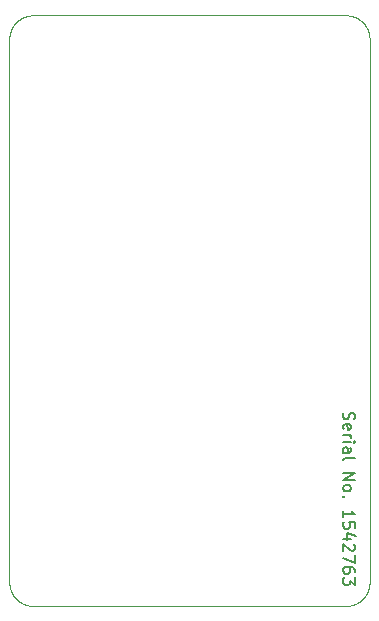
<source format=gbr>
%TF.GenerationSoftware,KiCad,Pcbnew,8.0.2*%
%TF.CreationDate,2024-08-28T15:29:28+05:30*%
%TF.ProjectId,CTF LED matrix,43544620-4c45-4442-906d-61747269782e,rev?*%
%TF.SameCoordinates,Original*%
%TF.FileFunction,Profile,NP*%
%FSLAX46Y46*%
G04 Gerber Fmt 4.6, Leading zero omitted, Abs format (unit mm)*
G04 Created by KiCad (PCBNEW 8.0.2) date 2024-08-28 15:29:28*
%MOMM*%
%LPD*%
G01*
G04 APERTURE LIST*
%ADD10C,0.150000*%
%TA.AperFunction,Profile*%
%ADD11C,0.050000*%
%TD*%
G04 APERTURE END LIST*
D10*
X159377800Y-105889160D02*
X159330180Y-106032017D01*
X159330180Y-106032017D02*
X159330180Y-106270112D01*
X159330180Y-106270112D02*
X159377800Y-106365350D01*
X159377800Y-106365350D02*
X159425419Y-106412969D01*
X159425419Y-106412969D02*
X159520657Y-106460588D01*
X159520657Y-106460588D02*
X159615895Y-106460588D01*
X159615895Y-106460588D02*
X159711133Y-106412969D01*
X159711133Y-106412969D02*
X159758752Y-106365350D01*
X159758752Y-106365350D02*
X159806371Y-106270112D01*
X159806371Y-106270112D02*
X159853990Y-106079636D01*
X159853990Y-106079636D02*
X159901609Y-105984398D01*
X159901609Y-105984398D02*
X159949228Y-105936779D01*
X159949228Y-105936779D02*
X160044466Y-105889160D01*
X160044466Y-105889160D02*
X160139704Y-105889160D01*
X160139704Y-105889160D02*
X160234942Y-105936779D01*
X160234942Y-105936779D02*
X160282561Y-105984398D01*
X160282561Y-105984398D02*
X160330180Y-106079636D01*
X160330180Y-106079636D02*
X160330180Y-106317731D01*
X160330180Y-106317731D02*
X160282561Y-106460588D01*
X159377800Y-107270112D02*
X159330180Y-107174874D01*
X159330180Y-107174874D02*
X159330180Y-106984398D01*
X159330180Y-106984398D02*
X159377800Y-106889160D01*
X159377800Y-106889160D02*
X159473038Y-106841541D01*
X159473038Y-106841541D02*
X159853990Y-106841541D01*
X159853990Y-106841541D02*
X159949228Y-106889160D01*
X159949228Y-106889160D02*
X159996847Y-106984398D01*
X159996847Y-106984398D02*
X159996847Y-107174874D01*
X159996847Y-107174874D02*
X159949228Y-107270112D01*
X159949228Y-107270112D02*
X159853990Y-107317731D01*
X159853990Y-107317731D02*
X159758752Y-107317731D01*
X159758752Y-107317731D02*
X159663514Y-106841541D01*
X159330180Y-107746303D02*
X159996847Y-107746303D01*
X159806371Y-107746303D02*
X159901609Y-107793922D01*
X159901609Y-107793922D02*
X159949228Y-107841541D01*
X159949228Y-107841541D02*
X159996847Y-107936779D01*
X159996847Y-107936779D02*
X159996847Y-108032017D01*
X159330180Y-108365351D02*
X159996847Y-108365351D01*
X160330180Y-108365351D02*
X160282561Y-108317732D01*
X160282561Y-108317732D02*
X160234942Y-108365351D01*
X160234942Y-108365351D02*
X160282561Y-108412970D01*
X160282561Y-108412970D02*
X160330180Y-108365351D01*
X160330180Y-108365351D02*
X160234942Y-108365351D01*
X159330180Y-109270112D02*
X159853990Y-109270112D01*
X159853990Y-109270112D02*
X159949228Y-109222493D01*
X159949228Y-109222493D02*
X159996847Y-109127255D01*
X159996847Y-109127255D02*
X159996847Y-108936779D01*
X159996847Y-108936779D02*
X159949228Y-108841541D01*
X159377800Y-109270112D02*
X159330180Y-109174874D01*
X159330180Y-109174874D02*
X159330180Y-108936779D01*
X159330180Y-108936779D02*
X159377800Y-108841541D01*
X159377800Y-108841541D02*
X159473038Y-108793922D01*
X159473038Y-108793922D02*
X159568276Y-108793922D01*
X159568276Y-108793922D02*
X159663514Y-108841541D01*
X159663514Y-108841541D02*
X159711133Y-108936779D01*
X159711133Y-108936779D02*
X159711133Y-109174874D01*
X159711133Y-109174874D02*
X159758752Y-109270112D01*
X159330180Y-109889160D02*
X159377800Y-109793922D01*
X159377800Y-109793922D02*
X159473038Y-109746303D01*
X159473038Y-109746303D02*
X160330180Y-109746303D01*
X159330180Y-111032018D02*
X160330180Y-111032018D01*
X160330180Y-111032018D02*
X159330180Y-111603446D01*
X159330180Y-111603446D02*
X160330180Y-111603446D01*
X159330180Y-112222494D02*
X159377800Y-112127256D01*
X159377800Y-112127256D02*
X159425419Y-112079637D01*
X159425419Y-112079637D02*
X159520657Y-112032018D01*
X159520657Y-112032018D02*
X159806371Y-112032018D01*
X159806371Y-112032018D02*
X159901609Y-112079637D01*
X159901609Y-112079637D02*
X159949228Y-112127256D01*
X159949228Y-112127256D02*
X159996847Y-112222494D01*
X159996847Y-112222494D02*
X159996847Y-112365351D01*
X159996847Y-112365351D02*
X159949228Y-112460589D01*
X159949228Y-112460589D02*
X159901609Y-112508208D01*
X159901609Y-112508208D02*
X159806371Y-112555827D01*
X159806371Y-112555827D02*
X159520657Y-112555827D01*
X159520657Y-112555827D02*
X159425419Y-112508208D01*
X159425419Y-112508208D02*
X159377800Y-112460589D01*
X159377800Y-112460589D02*
X159330180Y-112365351D01*
X159330180Y-112365351D02*
X159330180Y-112222494D01*
X159425419Y-112984399D02*
X159377800Y-113032018D01*
X159377800Y-113032018D02*
X159330180Y-112984399D01*
X159330180Y-112984399D02*
X159377800Y-112936780D01*
X159377800Y-112936780D02*
X159425419Y-112984399D01*
X159425419Y-112984399D02*
X159330180Y-112984399D01*
X159330180Y-114746303D02*
X159330180Y-114174875D01*
X159330180Y-114460589D02*
X160330180Y-114460589D01*
X160330180Y-114460589D02*
X160187323Y-114365351D01*
X160187323Y-114365351D02*
X160092085Y-114270113D01*
X160092085Y-114270113D02*
X160044466Y-114174875D01*
X160330180Y-115651065D02*
X160330180Y-115174875D01*
X160330180Y-115174875D02*
X159853990Y-115127256D01*
X159853990Y-115127256D02*
X159901609Y-115174875D01*
X159901609Y-115174875D02*
X159949228Y-115270113D01*
X159949228Y-115270113D02*
X159949228Y-115508208D01*
X159949228Y-115508208D02*
X159901609Y-115603446D01*
X159901609Y-115603446D02*
X159853990Y-115651065D01*
X159853990Y-115651065D02*
X159758752Y-115698684D01*
X159758752Y-115698684D02*
X159520657Y-115698684D01*
X159520657Y-115698684D02*
X159425419Y-115651065D01*
X159425419Y-115651065D02*
X159377800Y-115603446D01*
X159377800Y-115603446D02*
X159330180Y-115508208D01*
X159330180Y-115508208D02*
X159330180Y-115270113D01*
X159330180Y-115270113D02*
X159377800Y-115174875D01*
X159377800Y-115174875D02*
X159425419Y-115127256D01*
X159996847Y-116555827D02*
X159330180Y-116555827D01*
X160377800Y-116317732D02*
X159663514Y-116079637D01*
X159663514Y-116079637D02*
X159663514Y-116698684D01*
X160234942Y-117032018D02*
X160282561Y-117079637D01*
X160282561Y-117079637D02*
X160330180Y-117174875D01*
X160330180Y-117174875D02*
X160330180Y-117412970D01*
X160330180Y-117412970D02*
X160282561Y-117508208D01*
X160282561Y-117508208D02*
X160234942Y-117555827D01*
X160234942Y-117555827D02*
X160139704Y-117603446D01*
X160139704Y-117603446D02*
X160044466Y-117603446D01*
X160044466Y-117603446D02*
X159901609Y-117555827D01*
X159901609Y-117555827D02*
X159330180Y-116984399D01*
X159330180Y-116984399D02*
X159330180Y-117603446D01*
X160330180Y-117936780D02*
X160330180Y-118603446D01*
X160330180Y-118603446D02*
X159330180Y-118174875D01*
X160330180Y-119412970D02*
X160330180Y-119222494D01*
X160330180Y-119222494D02*
X160282561Y-119127256D01*
X160282561Y-119127256D02*
X160234942Y-119079637D01*
X160234942Y-119079637D02*
X160092085Y-118984399D01*
X160092085Y-118984399D02*
X159901609Y-118936780D01*
X159901609Y-118936780D02*
X159520657Y-118936780D01*
X159520657Y-118936780D02*
X159425419Y-118984399D01*
X159425419Y-118984399D02*
X159377800Y-119032018D01*
X159377800Y-119032018D02*
X159330180Y-119127256D01*
X159330180Y-119127256D02*
X159330180Y-119317732D01*
X159330180Y-119317732D02*
X159377800Y-119412970D01*
X159377800Y-119412970D02*
X159425419Y-119460589D01*
X159425419Y-119460589D02*
X159520657Y-119508208D01*
X159520657Y-119508208D02*
X159758752Y-119508208D01*
X159758752Y-119508208D02*
X159853990Y-119460589D01*
X159853990Y-119460589D02*
X159901609Y-119412970D01*
X159901609Y-119412970D02*
X159949228Y-119317732D01*
X159949228Y-119317732D02*
X159949228Y-119127256D01*
X159949228Y-119127256D02*
X159901609Y-119032018D01*
X159901609Y-119032018D02*
X159853990Y-118984399D01*
X159853990Y-118984399D02*
X159758752Y-118936780D01*
X160330180Y-119841542D02*
X160330180Y-120460589D01*
X160330180Y-120460589D02*
X159949228Y-120127256D01*
X159949228Y-120127256D02*
X159949228Y-120270113D01*
X159949228Y-120270113D02*
X159901609Y-120365351D01*
X159901609Y-120365351D02*
X159853990Y-120412970D01*
X159853990Y-120412970D02*
X159758752Y-120460589D01*
X159758752Y-120460589D02*
X159520657Y-120460589D01*
X159520657Y-120460589D02*
X159425419Y-120412970D01*
X159425419Y-120412970D02*
X159377800Y-120365351D01*
X159377800Y-120365351D02*
X159330180Y-120270113D01*
X159330180Y-120270113D02*
X159330180Y-119984399D01*
X159330180Y-119984399D02*
X159377800Y-119889161D01*
X159377800Y-119889161D02*
X159425419Y-119841542D01*
D11*
X159638440Y-122247030D02*
X159613910Y-122247780D01*
X159687470Y-122244620D02*
X159662970Y-122245970D01*
X159613910Y-122247780D02*
X159589370Y-122248230D01*
X159711960Y-122242960D02*
X159687470Y-122244620D01*
X159662970Y-122245970D02*
X159638440Y-122247030D01*
X159564830Y-122248380D02*
X133064830Y-122248380D01*
X159589370Y-122248230D02*
X159564830Y-122248380D01*
X161110850Y-121517170D02*
X161095170Y-121536040D01*
X161095170Y-121536040D02*
X161079250Y-121554730D01*
X161141520Y-121478840D02*
X161126300Y-121498100D01*
X161171250Y-121439780D02*
X161156500Y-121459400D01*
X161267540Y-121297560D02*
X161254540Y-121318380D01*
X161254540Y-121318380D02*
X161241280Y-121339030D01*
X161185740Y-121419980D02*
X161171250Y-121439780D01*
X161200000Y-121400000D02*
X161185740Y-121419980D01*
X161227770Y-121359520D02*
X161214010Y-121379840D01*
X161280290Y-121276590D02*
X161267540Y-121297560D01*
X161292780Y-121255460D02*
X161280290Y-121276590D01*
X161328670Y-121191170D02*
X161316970Y-121212750D01*
X161362180Y-121125610D02*
X161351280Y-121147600D01*
X161421840Y-120991010D02*
X161412590Y-121013750D01*
X161478710Y-120828950D02*
X161471440Y-120852390D01*
X161485690Y-120805420D02*
X161478710Y-120828950D01*
X161492380Y-120781810D02*
X161485690Y-120805420D01*
X161543180Y-120541840D02*
X161539430Y-120566100D01*
X161549790Y-120493200D02*
X161546640Y-120517540D01*
X161516230Y-120686580D02*
X161510710Y-120710500D01*
X161498780Y-120758110D02*
X161492380Y-120781810D01*
X161557460Y-74076780D02*
X161559410Y-74101250D01*
X161521470Y-120662600D02*
X161516230Y-120686580D01*
X161531040Y-120614460D02*
X161526400Y-120638560D01*
X161546640Y-120517540D02*
X161543180Y-120541840D01*
X161539430Y-120566100D02*
X161535390Y-120590300D01*
X161552640Y-120468820D02*
X161549790Y-120493200D01*
X161340110Y-121169460D02*
X161328670Y-121191170D01*
X161504890Y-120734340D02*
X161498780Y-120758110D01*
X161351280Y-121147600D02*
X161340110Y-121169460D01*
X161383170Y-121081240D02*
X161372810Y-121103490D01*
X161562420Y-120346520D02*
X161561070Y-120371020D01*
X161564230Y-120297460D02*
X161563480Y-120321990D01*
X161412590Y-121013750D02*
X161403060Y-121036360D01*
X161456050Y-120899000D02*
X161447920Y-120922160D01*
X161526400Y-120638560D02*
X161521470Y-120662600D01*
X161555200Y-120444410D02*
X161552640Y-120468820D01*
X161563480Y-120321990D02*
X161562420Y-120346520D01*
X161561070Y-74125740D02*
X161562420Y-74150240D01*
X161562420Y-74150240D02*
X161563480Y-74174770D01*
X161559410Y-74101250D02*
X161561070Y-74125740D01*
X161564230Y-74199300D02*
X161564680Y-74223840D01*
X161557460Y-120419980D02*
X161555200Y-120444410D01*
X161241280Y-121339030D02*
X161227770Y-121359520D01*
X161214010Y-121379840D02*
X161200000Y-121400000D01*
X161430820Y-120968170D02*
X161421840Y-120991010D01*
X161463890Y-120875740D02*
X161456050Y-120899000D01*
X161563480Y-74174770D02*
X161564230Y-74199300D01*
X161564830Y-120248380D02*
X161564680Y-120272920D01*
X161126300Y-121498100D02*
X161110850Y-121517170D01*
X161156500Y-121459400D02*
X161141520Y-121478840D01*
X161393250Y-121058860D02*
X161383170Y-121081240D01*
X161403060Y-121036360D02*
X161393250Y-121058860D01*
X161564680Y-120272920D02*
X161564230Y-120297460D01*
X161564680Y-74223840D02*
X161564830Y-74248380D01*
X161316970Y-121212750D02*
X161305000Y-121234180D01*
X161564830Y-74248380D02*
X161564830Y-120248380D01*
X161372810Y-121103490D02*
X161362180Y-121125610D01*
X161305000Y-121234180D02*
X161292780Y-121255460D01*
X161439510Y-120945220D02*
X161430820Y-120968170D01*
X161447920Y-120922160D02*
X161439510Y-120945220D01*
X161471440Y-120852390D02*
X161463890Y-120875740D01*
X161535390Y-120590300D02*
X161531040Y-120614460D01*
X161510710Y-120710500D02*
X161504890Y-120734340D01*
X161559410Y-120395510D02*
X161557460Y-120419980D01*
X161561070Y-120371020D02*
X161559410Y-120395510D01*
X161555200Y-74052350D02*
X161557460Y-74076780D01*
X161552640Y-74027940D02*
X161555200Y-74052350D01*
X161549790Y-74003560D02*
X161552640Y-74027940D01*
X161456050Y-73597760D02*
X161463890Y-73621020D01*
X161492380Y-73714950D02*
X161498780Y-73738650D01*
X161546640Y-73979220D02*
X161549790Y-74003560D01*
X161543180Y-73954920D02*
X161546640Y-73979220D01*
X161539430Y-73930660D02*
X161543180Y-73954920D01*
X161478710Y-73667810D02*
X161485690Y-73691340D01*
X161535390Y-73906460D02*
X161539430Y-73930660D01*
X161531040Y-73882300D02*
X161535390Y-73906460D01*
X161526400Y-73858200D02*
X161531040Y-73882300D01*
X161521470Y-73834160D02*
X161526400Y-73858200D01*
X161516230Y-73810180D02*
X161521470Y-73834160D01*
X161485690Y-73691340D02*
X161492380Y-73714950D01*
X161421840Y-73505750D02*
X161430820Y-73528590D01*
X160943910Y-72799890D02*
X160961580Y-72816920D01*
X161305000Y-73262580D02*
X161316970Y-73284010D01*
X161510710Y-73786260D02*
X161516230Y-73810180D01*
X161463890Y-73621020D02*
X161471440Y-73644370D01*
X161013320Y-72869300D02*
X161030140Y-72887180D01*
X161504890Y-73762420D02*
X161510710Y-73786260D01*
X160926030Y-72783070D02*
X160943910Y-72799890D01*
X161430820Y-73528590D02*
X161439510Y-73551540D01*
X161498780Y-73738650D02*
X161504890Y-73762420D01*
X161471440Y-73644370D02*
X161478710Y-73667810D01*
X161227770Y-73137240D02*
X161241280Y-73157730D01*
X161110850Y-72979590D02*
X161126300Y-72998660D01*
X161439510Y-73551540D02*
X161447920Y-73574600D01*
X161412590Y-73483010D02*
X161421840Y-73505750D01*
X161340110Y-73327300D02*
X161351280Y-73349160D01*
X161292780Y-73241300D02*
X161305000Y-73262580D01*
X160979040Y-72834170D02*
X160996290Y-72851630D01*
X161403060Y-73460400D02*
X161412590Y-73483010D01*
X161393250Y-73437900D02*
X161403060Y-73460400D01*
X161185740Y-73076780D02*
X161200000Y-73096760D01*
X160852490Y-72718040D02*
X160871180Y-72733960D01*
X161063100Y-72923550D02*
X161079250Y-72942030D01*
X161030140Y-72887180D02*
X161046730Y-72905260D01*
X161095170Y-72960720D02*
X161110850Y-72979590D01*
X160889660Y-72750110D02*
X160907950Y-72766480D01*
X161383170Y-73415520D02*
X161393250Y-73437900D01*
X161362180Y-73371150D02*
X161372810Y-73393270D01*
X161351280Y-73349160D02*
X161362180Y-73371150D01*
X161079250Y-72942030D02*
X161095170Y-72960720D01*
X161328670Y-73305590D02*
X161340110Y-73327300D01*
X161316970Y-73284010D02*
X161328670Y-73305590D01*
X161280290Y-73220170D02*
X161292780Y-73241300D01*
X161241280Y-73157730D02*
X161254540Y-73178380D01*
X161171250Y-73056980D02*
X161185740Y-73076780D01*
X161141520Y-73017920D02*
X161156500Y-73037360D01*
X161156500Y-73037360D02*
X161171250Y-73056980D01*
X160907950Y-72766480D02*
X160926030Y-72783070D01*
X160871180Y-72733960D02*
X160889660Y-72750110D01*
X161126300Y-72998660D02*
X161141520Y-73017920D01*
X161267540Y-73199200D02*
X161280290Y-73220170D01*
X160996290Y-72851630D02*
X161013320Y-72869300D01*
X161046730Y-72905260D02*
X161063100Y-72923550D01*
X160961580Y-72816920D02*
X160979040Y-72834170D01*
X161200000Y-73096760D02*
X161214010Y-73116920D01*
X161254540Y-73178380D02*
X161267540Y-73199200D01*
X161372810Y-73393270D02*
X161383170Y-73415520D01*
X161447920Y-73574600D02*
X161456050Y-73597760D01*
X161214010Y-73116920D02*
X161227770Y-73137240D01*
X159736430Y-122241010D02*
X159711960Y-122242960D01*
X159760860Y-122238750D02*
X159736430Y-122241010D01*
X159785270Y-122236190D02*
X159760860Y-122238750D01*
X159809650Y-122233340D02*
X159785270Y-122236190D01*
X159833990Y-122230190D02*
X159809650Y-122233340D01*
X159858290Y-122226730D02*
X159833990Y-122230190D01*
X159882550Y-122222980D02*
X159858290Y-122226730D01*
X159906750Y-122218940D02*
X159882550Y-122222980D01*
X159955010Y-122209950D02*
X159930910Y-122214590D01*
X160003030Y-122199780D02*
X159979050Y-122205020D01*
X160050790Y-122188440D02*
X160026950Y-122194260D01*
X160074560Y-122182330D02*
X160050790Y-122188440D01*
X160121870Y-122169240D02*
X160098260Y-122175930D01*
X160145400Y-122162260D02*
X160121870Y-122169240D01*
X160168840Y-122154990D02*
X160145400Y-122162260D01*
X160261670Y-122123060D02*
X160238610Y-122131470D01*
X160330200Y-122096140D02*
X160307460Y-122105390D01*
X160352810Y-122086610D02*
X160330200Y-122096140D01*
X160375310Y-122076800D02*
X160352810Y-122086610D01*
X160397690Y-122066720D02*
X160375310Y-122076800D01*
X160442060Y-122045730D02*
X160419940Y-122056360D01*
X160529200Y-122000520D02*
X160507620Y-122012220D01*
X160614010Y-121951090D02*
X160593040Y-121963840D01*
X160507620Y-122012220D02*
X160485910Y-122023660D01*
X160464050Y-122034830D02*
X160442060Y-122045730D01*
X160550630Y-121988550D02*
X160529200Y-122000520D01*
X160634830Y-121938090D02*
X160614010Y-121951090D01*
X160736430Y-121869290D02*
X160716450Y-121883550D01*
X160814550Y-121809850D02*
X160795290Y-121825070D01*
X160979040Y-121662590D02*
X160961580Y-121679840D01*
X160833620Y-121794400D02*
X160814550Y-121809850D01*
X160775850Y-121840050D02*
X160756230Y-121854800D01*
X160795290Y-121825070D02*
X160775850Y-121840050D01*
X160907950Y-121730280D02*
X160889660Y-121746650D01*
X160926030Y-121713690D02*
X160907950Y-121730280D01*
X160961580Y-121679840D02*
X160943910Y-121696870D01*
X161079250Y-121554730D02*
X161063100Y-121573210D01*
X161046730Y-121591500D02*
X161030140Y-121609580D01*
X160571910Y-121976330D02*
X160550630Y-121988550D01*
X160593040Y-121963840D02*
X160571910Y-121976330D01*
X160852490Y-121778720D02*
X160833620Y-121794400D01*
X161030140Y-121609580D02*
X161013320Y-121627460D01*
X160996290Y-121645130D02*
X160979040Y-121662590D01*
X160756230Y-121854800D02*
X160736430Y-121869290D01*
X160943910Y-121696870D02*
X160926030Y-121713690D01*
X160871180Y-121762800D02*
X160852490Y-121778720D01*
X160655480Y-121924830D02*
X160634830Y-121938090D01*
X160192190Y-122147440D02*
X160168840Y-122154990D01*
X161063100Y-121573210D02*
X161046730Y-121591500D01*
X160098260Y-122175930D02*
X160074560Y-122182330D01*
X160238610Y-122131470D02*
X160215450Y-122139600D01*
X160889660Y-121746650D02*
X160871180Y-121762800D01*
X160696290Y-121897560D02*
X160675970Y-121911320D01*
X160419940Y-122056360D02*
X160397690Y-122066720D01*
X159979050Y-122205020D02*
X159955010Y-122209950D01*
X159930910Y-122214590D02*
X159906750Y-122218940D01*
X160307460Y-122105390D02*
X160284620Y-122114370D01*
X160026950Y-122194260D02*
X160003030Y-122199780D01*
X160716450Y-121883550D02*
X160696290Y-121897560D01*
X161013320Y-121627460D02*
X160996290Y-121645130D01*
X160485910Y-122023660D02*
X160464050Y-122034830D01*
X160675970Y-121911320D02*
X160655480Y-121924830D01*
X160215450Y-122139600D02*
X160192190Y-122147440D01*
X160284620Y-122114370D02*
X160261670Y-122123060D01*
X160145400Y-72334500D02*
X160168840Y-72341770D01*
X160550630Y-72508210D02*
X160571910Y-72520430D01*
X160756230Y-72641960D02*
X160775850Y-72656710D01*
X160261670Y-72373700D02*
X160284620Y-72382390D01*
X160307460Y-72391370D02*
X160330200Y-72400620D01*
X160675970Y-72585440D02*
X160696290Y-72599200D01*
X160655480Y-72571930D02*
X160675970Y-72585440D01*
X160529200Y-72496240D02*
X160550630Y-72508210D01*
X160397690Y-72430040D02*
X160419940Y-72440400D01*
X160375310Y-72419960D02*
X160397690Y-72430040D01*
X160352810Y-72410150D02*
X160375310Y-72419960D01*
X160168840Y-72341770D02*
X160192190Y-72349320D01*
X160284620Y-72382390D02*
X160307460Y-72391370D01*
X160833620Y-72702360D02*
X160852490Y-72718040D01*
X160814550Y-72686910D02*
X160833620Y-72702360D01*
X160507620Y-72484540D02*
X160529200Y-72496240D01*
X160775850Y-72656710D02*
X160795290Y-72671690D01*
X160634830Y-72558670D02*
X160655480Y-72571930D01*
X160419940Y-72440400D02*
X160442060Y-72451030D01*
X160464050Y-72461930D02*
X160485910Y-72473100D01*
X160485910Y-72473100D02*
X160507620Y-72484540D01*
X160215450Y-72357160D02*
X160238610Y-72365290D01*
X160736430Y-72627470D02*
X160756230Y-72641960D01*
X160571910Y-72520430D02*
X160593040Y-72532920D01*
X160716450Y-72613210D02*
X160736430Y-72627470D01*
X160593040Y-72532920D02*
X160614010Y-72545670D01*
X160192190Y-72349320D02*
X160215450Y-72357160D01*
X160442060Y-72451030D02*
X160464050Y-72461930D01*
X160238610Y-72365290D02*
X160261670Y-72373700D01*
X160614010Y-72545670D02*
X160634830Y-72558670D01*
X160330200Y-72400620D02*
X160352810Y-72410150D01*
X160795290Y-72671690D02*
X160814550Y-72686910D01*
X160696290Y-72599200D02*
X160716450Y-72613210D01*
X160121870Y-72327520D02*
X160145400Y-72334500D01*
X160098260Y-72320830D02*
X160121870Y-72327520D01*
X160074560Y-72314430D02*
X160098260Y-72320830D01*
X160050790Y-72308320D02*
X160074560Y-72314430D01*
X160026950Y-72302500D02*
X160050790Y-72308320D01*
X160003030Y-72296980D02*
X160026950Y-72302500D01*
X159979050Y-72291740D02*
X160003030Y-72296980D01*
X159906750Y-72277820D02*
X159930910Y-72282170D01*
X159882550Y-72273780D02*
X159906750Y-72277820D01*
X159833990Y-72266570D02*
X159858290Y-72270030D01*
X159785270Y-72260570D02*
X159809650Y-72263420D01*
X159760860Y-72258010D02*
X159785270Y-72260570D01*
X159638440Y-72249730D02*
X159662970Y-72250790D01*
X132991220Y-72249730D02*
X133015750Y-72248980D01*
X132868800Y-72258010D02*
X132893230Y-72255750D01*
X132795670Y-72266570D02*
X132820010Y-72263420D01*
X132322200Y-72391370D02*
X132345040Y-72382390D01*
X132771370Y-72270030D02*
X132795670Y-72266570D01*
X132747110Y-72273780D02*
X132771370Y-72270030D01*
X132460820Y-72341770D02*
X132484260Y-72334500D01*
X132367990Y-72373700D02*
X132391050Y-72365290D01*
X132143750Y-72473100D02*
X132165610Y-72461930D01*
X159736430Y-72255750D02*
X159760860Y-72258010D01*
X133064830Y-72248380D02*
X159564830Y-72248380D01*
X133015750Y-72248980D02*
X133040290Y-72248530D01*
X132507790Y-72327520D02*
X132531400Y-72320830D01*
X159711960Y-72253800D02*
X159736430Y-72255750D01*
X159687470Y-72252140D02*
X159711960Y-72253800D01*
X132626630Y-72296980D02*
X132650610Y-72291740D01*
X132531400Y-72320830D02*
X132555100Y-72314430D01*
X159613910Y-72248980D02*
X159638440Y-72249730D01*
X159564830Y-72248380D02*
X159589370Y-72248530D01*
X132578870Y-72308320D02*
X132602710Y-72302500D01*
X132391050Y-72365290D02*
X132414210Y-72357160D01*
X132820010Y-72263420D02*
X132844390Y-72260570D01*
X132345040Y-72382390D02*
X132367990Y-72373700D01*
X132602710Y-72302500D02*
X132626630Y-72296980D01*
X132555100Y-72314430D02*
X132578870Y-72308320D01*
X132484260Y-72334500D02*
X132507790Y-72327520D01*
X132414210Y-72357160D02*
X132437470Y-72349320D01*
X132299460Y-72400620D02*
X132322200Y-72391370D01*
X132254350Y-72419960D02*
X132276850Y-72410150D01*
X132187600Y-72451030D02*
X132209720Y-72440400D01*
X159662970Y-72250790D02*
X159687470Y-72252140D01*
X159589370Y-72248530D02*
X159613910Y-72248980D01*
X132722910Y-72277820D02*
X132747110Y-72273780D01*
X132893230Y-72255750D02*
X132917700Y-72253800D01*
X132674650Y-72286810D02*
X132698750Y-72282170D01*
X132209720Y-72440400D02*
X132231970Y-72430040D01*
X132165610Y-72461930D02*
X132187600Y-72451030D01*
X132437470Y-72349320D02*
X132460820Y-72341770D01*
X132650610Y-72291740D02*
X132674650Y-72286810D01*
X132231970Y-72430040D02*
X132254350Y-72419960D01*
X159930910Y-72282170D02*
X159955010Y-72286810D01*
X159955010Y-72286810D02*
X159979050Y-72291740D01*
X132698750Y-72282170D02*
X132722910Y-72277820D01*
X159858290Y-72270030D02*
X159882550Y-72273780D01*
X159809650Y-72263420D02*
X159833990Y-72266570D01*
X132942190Y-72252140D02*
X132966690Y-72250790D01*
X132917700Y-72253800D02*
X132942190Y-72252140D01*
X133040290Y-72248530D02*
X133064830Y-72248380D01*
X132966690Y-72250790D02*
X132991220Y-72249730D01*
X132844390Y-72260570D02*
X132868800Y-72258010D01*
X132276850Y-72410150D02*
X132299460Y-72400620D01*
X131534490Y-72960720D02*
X131550410Y-72942030D01*
X132036620Y-72532920D02*
X132057750Y-72520430D01*
X131582930Y-72905260D02*
X131599520Y-72887180D01*
X131994830Y-72558670D02*
X132015650Y-72545670D01*
X131685750Y-72799890D02*
X131703630Y-72783070D01*
X132057750Y-72520430D02*
X132079030Y-72508210D01*
X131815110Y-72686910D02*
X131834370Y-72671690D01*
X131518810Y-72979590D02*
X131534490Y-72960720D01*
X131853810Y-72656710D02*
X131873430Y-72641960D01*
X131834370Y-72671690D02*
X131853810Y-72656710D01*
X131550410Y-72942030D02*
X131566560Y-72923550D01*
X131758480Y-72733960D02*
X131777170Y-72718040D01*
X132122040Y-72484540D02*
X132143750Y-72473100D01*
X131777170Y-72718040D02*
X131796040Y-72702360D01*
X131974180Y-72571930D02*
X131994830Y-72558670D01*
X131668080Y-72816920D02*
X131685750Y-72799890D01*
X132079030Y-72508210D02*
X132100460Y-72496240D01*
X132015650Y-72545670D02*
X132036620Y-72532920D01*
X131953690Y-72585440D02*
X131974180Y-72571930D01*
X131893230Y-72627470D02*
X131913210Y-72613210D01*
X131796040Y-72702360D02*
X131815110Y-72686910D01*
X131721710Y-72766480D02*
X131740000Y-72750110D01*
X131703630Y-72783070D02*
X131721710Y-72766480D01*
X131633370Y-72851630D02*
X131650620Y-72834170D01*
X131566560Y-72923550D02*
X131582930Y-72905260D01*
X131616340Y-72869300D02*
X131633370Y-72851630D01*
X131913210Y-72613210D02*
X131933370Y-72599200D01*
X132100460Y-72496240D02*
X132122040Y-72484540D01*
X131873430Y-72641960D02*
X131893230Y-72627470D01*
X131740000Y-72750110D02*
X131758480Y-72733960D01*
X131933370Y-72599200D02*
X131953690Y-72585440D01*
X131650620Y-72834170D02*
X131668080Y-72816920D01*
X131599520Y-72887180D02*
X131616340Y-72869300D01*
X131429660Y-73096760D02*
X131443920Y-73076780D01*
X131488140Y-73017920D02*
X131503360Y-72998660D01*
X131473160Y-73037360D02*
X131488140Y-73017920D01*
X131443920Y-73076780D02*
X131458410Y-73056980D01*
X131458410Y-73056980D02*
X131473160Y-73037360D01*
X131415650Y-73116920D02*
X131429660Y-73096760D01*
X131375120Y-73178380D02*
X131388380Y-73157730D01*
X131362120Y-73199200D02*
X131375120Y-73178380D01*
X131336880Y-73241300D02*
X131349370Y-73220170D01*
X131349370Y-73220170D02*
X131362120Y-73199200D01*
X131312690Y-73284010D02*
X131324660Y-73262580D01*
X131300990Y-73305590D02*
X131312690Y-73284010D01*
X131246490Y-73415520D02*
X131256850Y-73393270D01*
X131267480Y-73371150D02*
X131278380Y-73349160D01*
X131236410Y-73437900D02*
X131246490Y-73415520D01*
X131173610Y-73597760D02*
X131181740Y-73574600D01*
X131072200Y-74076780D02*
X131074460Y-74052350D01*
X131190150Y-73551540D02*
X131198840Y-73528590D01*
X131165770Y-73621020D02*
X131173610Y-73597760D01*
X131090230Y-73930660D02*
X131094270Y-73906460D01*
X131158220Y-73644370D02*
X131165770Y-73621020D01*
X131077020Y-74027940D02*
X131079870Y-74003560D01*
X131256850Y-73393270D02*
X131267480Y-73371150D01*
X131098620Y-73882300D02*
X131103260Y-73858200D01*
X131065430Y-74199300D02*
X131066180Y-74174770D01*
X131070250Y-120395510D02*
X131068590Y-120371020D01*
X131181740Y-73574600D02*
X131190150Y-73551540D01*
X131124770Y-73762420D02*
X131130880Y-73738650D01*
X131118950Y-73786260D02*
X131124770Y-73762420D01*
X131103260Y-73858200D02*
X131108190Y-73834160D01*
X131113430Y-73810180D02*
X131118950Y-73786260D01*
X131064830Y-120248380D02*
X131064830Y-74248380D01*
X131064980Y-120272920D02*
X131064830Y-120248380D01*
X131079870Y-74003560D02*
X131083020Y-73979220D01*
X131108190Y-73834160D02*
X131113430Y-73810180D01*
X131074460Y-74052350D02*
X131077020Y-74027940D01*
X131094270Y-73906460D02*
X131098620Y-73882300D01*
X131083020Y-73979220D02*
X131086480Y-73954920D01*
X131070250Y-74101250D02*
X131072200Y-74076780D01*
X131064830Y-74248380D02*
X131064980Y-74223840D01*
X131066180Y-120321990D02*
X131065430Y-120297460D01*
X131067240Y-74150240D02*
X131068590Y-74125740D01*
X131278380Y-73349160D02*
X131289550Y-73327300D01*
X131207820Y-73505750D02*
X131217070Y-73483010D01*
X131068590Y-120371020D02*
X131067240Y-120346520D01*
X131150950Y-73667810D02*
X131158220Y-73644370D01*
X131064980Y-74223840D02*
X131065430Y-74199300D01*
X131503360Y-72998660D02*
X131518810Y-72979590D01*
X131388380Y-73157730D02*
X131401890Y-73137240D01*
X131137280Y-73714950D02*
X131143970Y-73691340D01*
X131086480Y-73954920D02*
X131090230Y-73930660D01*
X131130880Y-73738650D02*
X131137280Y-73714950D01*
X131066180Y-74174770D02*
X131067240Y-74150240D01*
X131401890Y-73137240D02*
X131415650Y-73116920D01*
X131226600Y-73460400D02*
X131236410Y-73437900D01*
X131143970Y-73691340D02*
X131150950Y-73667810D01*
X131217070Y-73483010D02*
X131226600Y-73460400D01*
X131324660Y-73262580D02*
X131336880Y-73241300D01*
X131289550Y-73327300D02*
X131300990Y-73305590D01*
X131067240Y-120346520D02*
X131066180Y-120321990D01*
X131072200Y-120419980D02*
X131070250Y-120395510D01*
X131065430Y-120297460D02*
X131064980Y-120272920D01*
X131198840Y-73528590D02*
X131207820Y-73505750D01*
X131068590Y-74125740D02*
X131070250Y-74101250D01*
X131289550Y-121169460D02*
X131278380Y-121147600D01*
X131190150Y-120945220D02*
X131181740Y-120922160D01*
X131278380Y-121147600D02*
X131267480Y-121125610D01*
X131143970Y-120805420D02*
X131137280Y-120781810D01*
X131246490Y-121081240D02*
X131236410Y-121058860D01*
X131236410Y-121058860D02*
X131226600Y-121036360D01*
X131098620Y-120614460D02*
X131094270Y-120590300D01*
X131226600Y-121036360D02*
X131217070Y-121013750D01*
X131207820Y-120991010D02*
X131198840Y-120968170D01*
X131256850Y-121103490D02*
X131246490Y-121081240D01*
X131118950Y-120710500D02*
X131113430Y-120686580D01*
X131074460Y-120444410D02*
X131072200Y-120419980D01*
X131113430Y-120686580D02*
X131108190Y-120662600D01*
X131077020Y-120468820D02*
X131074460Y-120444410D01*
X131150950Y-120828950D02*
X131143970Y-120805420D01*
X131300990Y-121191170D02*
X131289550Y-121169460D01*
X131267480Y-121125610D02*
X131256850Y-121103490D01*
X131079870Y-120493200D02*
X131077020Y-120468820D01*
X131086480Y-120541840D02*
X131083020Y-120517540D01*
X131108190Y-120662600D02*
X131103260Y-120638560D01*
X131130880Y-120758110D02*
X131124770Y-120734340D01*
X131137280Y-120781810D02*
X131130880Y-120758110D01*
X131165770Y-120875740D02*
X131158220Y-120852390D01*
X131198840Y-120968170D02*
X131190150Y-120945220D01*
X131173610Y-120899000D02*
X131165770Y-120875740D01*
X131090230Y-120566100D02*
X131086480Y-120541840D01*
X131083020Y-120517540D02*
X131079870Y-120493200D01*
X131094270Y-120590300D02*
X131090230Y-120566100D01*
X131124770Y-120734340D02*
X131118950Y-120710500D01*
X131103260Y-120638560D02*
X131098620Y-120614460D01*
X131158220Y-120852390D02*
X131150950Y-120828950D01*
X131181740Y-120922160D02*
X131173610Y-120899000D01*
X131217070Y-121013750D02*
X131207820Y-120991010D01*
X131324660Y-121234180D02*
X131312690Y-121212750D01*
X131312690Y-121212750D02*
X131300990Y-121191170D01*
X131336880Y-121255460D02*
X131324660Y-121234180D01*
X131362120Y-121297560D02*
X131349370Y-121276590D01*
X131375120Y-121318380D02*
X131362120Y-121297560D01*
X131388380Y-121339030D02*
X131375120Y-121318380D01*
X131401890Y-121359520D02*
X131388380Y-121339030D01*
X131650620Y-121662590D02*
X131633370Y-121645130D01*
X131633370Y-121645130D02*
X131616340Y-121627460D01*
X131415650Y-121379840D02*
X131401890Y-121359520D01*
X131443920Y-121419980D02*
X131429660Y-121400000D01*
X131458410Y-121439780D02*
X131443920Y-121419980D01*
X131473160Y-121459400D02*
X131458410Y-121439780D01*
X131488140Y-121478840D02*
X131473160Y-121459400D01*
X131685750Y-121696870D02*
X131668080Y-121679840D01*
X131534490Y-121536040D02*
X131518810Y-121517170D01*
X132036620Y-121963840D02*
X132015650Y-121951090D01*
X132100460Y-122000520D02*
X132079030Y-121988550D01*
X132345040Y-122114370D02*
X132322200Y-122105390D01*
X131853810Y-121840050D02*
X131834370Y-121825070D01*
X131668080Y-121679840D02*
X131650620Y-121662590D01*
X131616340Y-121627460D02*
X131599520Y-121609580D01*
X131815110Y-121809850D02*
X131796040Y-121794400D01*
X131974180Y-121924830D02*
X131953690Y-121911320D01*
X132079030Y-121988550D02*
X132057750Y-121976330D01*
X131893230Y-121869290D02*
X131873430Y-121854800D01*
X131503360Y-121498100D02*
X131488140Y-121478840D01*
X132484260Y-122162260D02*
X132460820Y-122154990D01*
X131518810Y-121517170D02*
X131503360Y-121498100D01*
X131550410Y-121554730D02*
X131534490Y-121536040D01*
X131566560Y-121573210D02*
X131550410Y-121554730D01*
X132276850Y-122086610D02*
X132254350Y-122076800D01*
X131582930Y-121591500D02*
X131566560Y-121573210D01*
X132367990Y-122123060D02*
X132345040Y-122114370D01*
X131599520Y-121609580D02*
X131582930Y-121591500D01*
X131740000Y-121746650D02*
X131721710Y-121730280D01*
X131758480Y-121762800D02*
X131740000Y-121746650D01*
X131873430Y-121854800D02*
X131853810Y-121840050D01*
X132143750Y-122023660D02*
X132122040Y-122012220D01*
X131777170Y-121778720D02*
X131758480Y-121762800D01*
X131834370Y-121825070D02*
X131815110Y-121809850D01*
X132015650Y-121951090D02*
X131994830Y-121938090D01*
X131913210Y-121883550D02*
X131893230Y-121869290D01*
X132231970Y-122066720D02*
X132209720Y-122056360D01*
X132187600Y-122045730D02*
X132165610Y-122034830D01*
X131796040Y-121794400D02*
X131777170Y-121778720D01*
X132165610Y-122034830D02*
X132143750Y-122023660D01*
X131953690Y-121911320D02*
X131933370Y-121897560D01*
X131721710Y-121730280D02*
X131703630Y-121713690D01*
X132122040Y-122012220D02*
X132100460Y-122000520D01*
X131349370Y-121276590D02*
X131336880Y-121255460D01*
X131429660Y-121400000D02*
X131415650Y-121379840D01*
X132057750Y-121976330D02*
X132036620Y-121963840D01*
X132460820Y-122154990D02*
X132437470Y-122147440D01*
X131933370Y-121897560D02*
X131913210Y-121883550D01*
X131994830Y-121938090D02*
X131974180Y-121924830D01*
X132254350Y-122076800D02*
X132231970Y-122066720D01*
X132414210Y-122139600D02*
X132391050Y-122131470D01*
X132299460Y-122096140D02*
X132276850Y-122086610D01*
X132322200Y-122105390D02*
X132299460Y-122096140D01*
X132391050Y-122131470D02*
X132367990Y-122123060D01*
X132437470Y-122147440D02*
X132414210Y-122139600D01*
X132209720Y-122056360D02*
X132187600Y-122045730D01*
X131703630Y-121713690D02*
X131685750Y-121696870D01*
X132650610Y-122205020D02*
X132626630Y-122199780D01*
X132795670Y-122230190D02*
X132771370Y-122226730D01*
X132893230Y-122241010D02*
X132868800Y-122238750D01*
X133040290Y-122248230D02*
X133015750Y-122247780D01*
X132917700Y-122242960D02*
X132893230Y-122241010D01*
X132868800Y-122238750D02*
X132844390Y-122236190D01*
X132578870Y-122188440D02*
X132555100Y-122182330D01*
X132602710Y-122194260D02*
X132578870Y-122188440D01*
X132698750Y-122214590D02*
X132674650Y-122209950D01*
X132747110Y-122222980D02*
X132722910Y-122218940D01*
X132626630Y-122199780D02*
X132602710Y-122194260D01*
X132966690Y-122245970D02*
X132942190Y-122244620D01*
X132507790Y-122169240D02*
X132484260Y-122162260D01*
X132674650Y-122209950D02*
X132650610Y-122205020D01*
X132820010Y-122233340D02*
X132795670Y-122230190D01*
X132991220Y-122247030D02*
X132966690Y-122245970D01*
X132942190Y-122244620D02*
X132917700Y-122242960D01*
X132844390Y-122236190D02*
X132820010Y-122233340D01*
X133064830Y-122248380D02*
X133040290Y-122248230D01*
X132771370Y-122226730D02*
X132747110Y-122222980D01*
X132531400Y-122175930D02*
X132507790Y-122169240D01*
X132555100Y-122182330D02*
X132531400Y-122175930D01*
X132722910Y-122218940D02*
X132698750Y-122214590D01*
X133015750Y-122247780D02*
X132991220Y-122247030D01*
M02*

</source>
